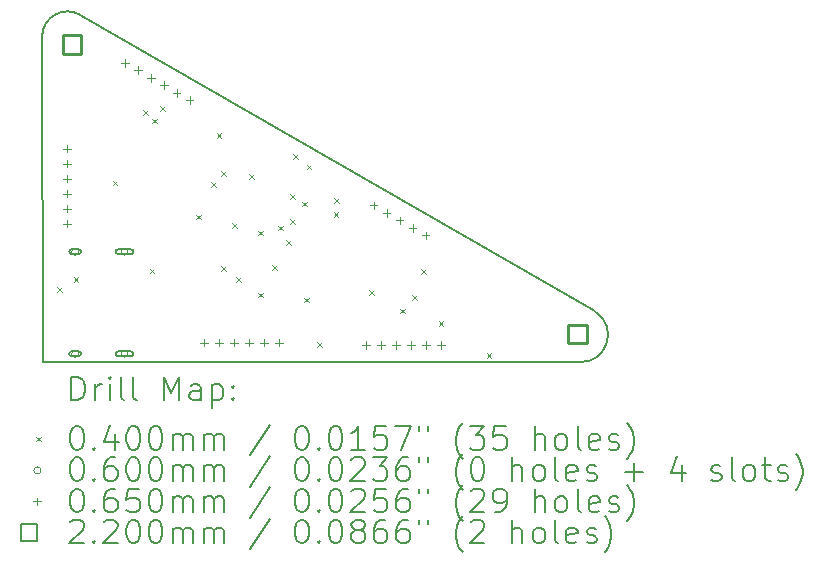
<source format=gbr>
%FSLAX45Y45*%
G04 Gerber Fmt 4.5, Leading zero omitted, Abs format (unit mm)*
G04 Created by KiCad (PCBNEW (6.0.2-0)) date 2023-02-28 15:21:22*
%MOMM*%
%LPD*%
G01*
G04 APERTURE LIST*
%TA.AperFunction,Profile*%
%ADD10C,0.200000*%
%TD*%
%ADD11C,0.200000*%
%ADD12C,0.040000*%
%ADD13C,0.060000*%
%ADD14C,0.065000*%
%ADD15C,0.220000*%
G04 APERTURE END LIST*
D10*
X4191000Y-7637000D02*
G75*
G03*
X3867000Y-7811000I-109872J-184067D01*
G01*
X3873050Y-10578000D02*
X3867000Y-7811000D01*
X8413000Y-10576000D02*
G75*
G03*
X8545000Y-10146000I12850J231316D01*
G01*
X3873050Y-10578000D02*
X8413000Y-10576000D01*
X4191000Y-7637000D02*
X8545000Y-10146000D01*
D11*
D12*
X3995000Y-9944000D02*
X4035000Y-9984000D01*
X4035000Y-9944000D02*
X3995000Y-9984000D01*
X4134000Y-9857000D02*
X4174000Y-9897000D01*
X4174000Y-9857000D02*
X4134000Y-9897000D01*
X4464000Y-9040000D02*
X4504000Y-9080000D01*
X4504000Y-9040000D02*
X4464000Y-9080000D01*
X4720000Y-8442000D02*
X4760000Y-8482000D01*
X4760000Y-8442000D02*
X4720000Y-8482000D01*
X4777000Y-9784000D02*
X4817000Y-9824000D01*
X4817000Y-9784000D02*
X4777000Y-9824000D01*
X4796000Y-8516000D02*
X4836000Y-8556000D01*
X4836000Y-8516000D02*
X4796000Y-8556000D01*
X4868000Y-8411000D02*
X4908000Y-8451000D01*
X4908000Y-8411000D02*
X4868000Y-8451000D01*
X5170000Y-9327000D02*
X5210000Y-9367000D01*
X5210000Y-9327000D02*
X5170000Y-9367000D01*
X5299000Y-9051000D02*
X5339000Y-9091000D01*
X5339000Y-9051000D02*
X5299000Y-9091000D01*
X5345000Y-8637000D02*
X5385000Y-8677000D01*
X5385000Y-8637000D02*
X5345000Y-8677000D01*
X5381000Y-9766000D02*
X5421000Y-9806000D01*
X5421000Y-9766000D02*
X5381000Y-9806000D01*
X5383000Y-8957000D02*
X5423000Y-8997000D01*
X5423000Y-8957000D02*
X5383000Y-8997000D01*
X5474000Y-9399000D02*
X5514000Y-9439000D01*
X5514000Y-9399000D02*
X5474000Y-9439000D01*
X5510000Y-9856000D02*
X5550000Y-9896000D01*
X5550000Y-9856000D02*
X5510000Y-9896000D01*
X5620000Y-8984000D02*
X5660000Y-9024000D01*
X5660000Y-8984000D02*
X5620000Y-9024000D01*
X5696000Y-9462000D02*
X5736000Y-9502000D01*
X5736000Y-9462000D02*
X5696000Y-9502000D01*
X5698000Y-9987000D02*
X5738000Y-10027000D01*
X5738000Y-9987000D02*
X5698000Y-10027000D01*
X5814000Y-9755000D02*
X5854000Y-9795000D01*
X5854000Y-9755000D02*
X5814000Y-9795000D01*
X5865000Y-9421000D02*
X5905000Y-9461000D01*
X5905000Y-9421000D02*
X5865000Y-9461000D01*
X5934000Y-9544000D02*
X5974000Y-9584000D01*
X5974000Y-9544000D02*
X5934000Y-9584000D01*
X5964000Y-9364000D02*
X6004000Y-9404000D01*
X6004000Y-9364000D02*
X5964000Y-9404000D01*
X5966000Y-9156000D02*
X6006000Y-9196000D01*
X6006000Y-9156000D02*
X5966000Y-9196000D01*
X5995000Y-8815000D02*
X6035000Y-8855000D01*
X6035000Y-8815000D02*
X5995000Y-8855000D01*
X6066000Y-9218000D02*
X6106000Y-9258000D01*
X6106000Y-9218000D02*
X6066000Y-9258000D01*
X6085000Y-10031000D02*
X6125000Y-10071000D01*
X6125000Y-10031000D02*
X6085000Y-10071000D01*
X6106000Y-8904000D02*
X6146000Y-8944000D01*
X6146000Y-8904000D02*
X6106000Y-8944000D01*
X6193000Y-10408000D02*
X6233000Y-10448000D01*
X6233000Y-10408000D02*
X6193000Y-10448000D01*
X6336000Y-9307000D02*
X6376000Y-9347000D01*
X6376000Y-9307000D02*
X6336000Y-9347000D01*
X6341000Y-9185000D02*
X6381000Y-9225000D01*
X6381000Y-9185000D02*
X6341000Y-9225000D01*
X6638000Y-9967000D02*
X6678000Y-10007000D01*
X6678000Y-9967000D02*
X6638000Y-10007000D01*
X6896000Y-10124000D02*
X6936000Y-10164000D01*
X6936000Y-10124000D02*
X6896000Y-10164000D01*
X6998000Y-10010000D02*
X7038000Y-10050000D01*
X7038000Y-10010000D02*
X6998000Y-10050000D01*
X7078000Y-9789000D02*
X7118000Y-9829000D01*
X7118000Y-9789000D02*
X7078000Y-9829000D01*
X7225000Y-10228000D02*
X7265000Y-10268000D01*
X7265000Y-10228000D02*
X7225000Y-10268000D01*
X7630000Y-10503000D02*
X7670000Y-10543000D01*
X7670000Y-10503000D02*
X7630000Y-10543000D01*
D13*
X4176500Y-9642000D02*
G75*
G03*
X4176500Y-9642000I-30000J0D01*
G01*
D11*
X4176500Y-9622000D02*
X4116500Y-9622000D01*
X4176500Y-9662000D02*
X4116500Y-9662000D01*
X4116500Y-9622000D02*
G75*
G03*
X4116500Y-9662000I0J-20000D01*
G01*
X4176500Y-9662000D02*
G75*
G03*
X4176500Y-9622000I0J20000D01*
G01*
D13*
X4176500Y-10506000D02*
G75*
G03*
X4176500Y-10506000I-30000J0D01*
G01*
D11*
X4176500Y-10486000D02*
X4116500Y-10486000D01*
X4176500Y-10526000D02*
X4116500Y-10526000D01*
X4116500Y-10486000D02*
G75*
G03*
X4116500Y-10526000I0J-20000D01*
G01*
X4176500Y-10526000D02*
G75*
G03*
X4176500Y-10486000I0J20000D01*
G01*
D13*
X4594500Y-9642000D02*
G75*
G03*
X4594500Y-9642000I-30000J0D01*
G01*
D11*
X4619500Y-9622000D02*
X4509500Y-9622000D01*
X4619500Y-9662000D02*
X4509500Y-9662000D01*
X4509500Y-9622000D02*
G75*
G03*
X4509500Y-9662000I0J-20000D01*
G01*
X4619500Y-9662000D02*
G75*
G03*
X4619500Y-9622000I0J20000D01*
G01*
D13*
X4594500Y-10506000D02*
G75*
G03*
X4594500Y-10506000I-30000J0D01*
G01*
D11*
X4619500Y-10486000D02*
X4509500Y-10486000D01*
X4619500Y-10526000D02*
X4509500Y-10526000D01*
X4509500Y-10486000D02*
G75*
G03*
X4509500Y-10526000I0J-20000D01*
G01*
X4619500Y-10526000D02*
G75*
G03*
X4619500Y-10486000I0J20000D01*
G01*
D14*
X4080000Y-8736000D02*
X4080000Y-8801000D01*
X4047500Y-8768500D02*
X4112500Y-8768500D01*
X4080000Y-8863000D02*
X4080000Y-8928000D01*
X4047500Y-8895500D02*
X4112500Y-8895500D01*
X4080000Y-8990000D02*
X4080000Y-9055000D01*
X4047500Y-9022500D02*
X4112500Y-9022500D01*
X4080000Y-9117000D02*
X4080000Y-9182000D01*
X4047500Y-9149500D02*
X4112500Y-9149500D01*
X4080000Y-9244000D02*
X4080000Y-9309000D01*
X4047500Y-9276500D02*
X4112500Y-9276500D01*
X4080000Y-9371000D02*
X4080000Y-9436000D01*
X4047500Y-9403500D02*
X4112500Y-9403500D01*
X4566037Y-8009750D02*
X4566037Y-8074750D01*
X4533537Y-8042250D02*
X4598537Y-8042250D01*
X4676022Y-8073250D02*
X4676022Y-8138250D01*
X4643522Y-8105750D02*
X4708522Y-8105750D01*
X4786007Y-8136750D02*
X4786007Y-8201750D01*
X4753507Y-8169250D02*
X4818507Y-8169250D01*
X4895993Y-8200250D02*
X4895993Y-8265250D01*
X4863493Y-8232750D02*
X4928493Y-8232750D01*
X5005978Y-8263750D02*
X5005978Y-8328750D01*
X4973478Y-8296250D02*
X5038478Y-8296250D01*
X5115963Y-8327250D02*
X5115963Y-8392250D01*
X5083463Y-8359750D02*
X5148463Y-8359750D01*
X5235500Y-10378500D02*
X5235500Y-10443500D01*
X5203000Y-10411000D02*
X5268000Y-10411000D01*
X5362500Y-10378500D02*
X5362500Y-10443500D01*
X5330000Y-10411000D02*
X5395000Y-10411000D01*
X5489500Y-10378500D02*
X5489500Y-10443500D01*
X5457000Y-10411000D02*
X5522000Y-10411000D01*
X5616500Y-10378500D02*
X5616500Y-10443500D01*
X5584000Y-10411000D02*
X5649000Y-10411000D01*
X5743500Y-10378500D02*
X5743500Y-10443500D01*
X5711000Y-10411000D02*
X5776000Y-10411000D01*
X5870500Y-10378500D02*
X5870500Y-10443500D01*
X5838000Y-10411000D02*
X5903000Y-10411000D01*
X6608500Y-10396500D02*
X6608500Y-10461500D01*
X6576000Y-10429000D02*
X6641000Y-10429000D01*
X6673000Y-9216500D02*
X6673000Y-9281500D01*
X6640500Y-9249000D02*
X6705500Y-9249000D01*
X6735500Y-10396500D02*
X6735500Y-10461500D01*
X6703000Y-10429000D02*
X6768000Y-10429000D01*
X6782985Y-9280000D02*
X6782985Y-9345000D01*
X6750485Y-9312500D02*
X6815485Y-9312500D01*
X6862500Y-10396500D02*
X6862500Y-10461500D01*
X6830000Y-10429000D02*
X6895000Y-10429000D01*
X6892970Y-9343500D02*
X6892970Y-9408500D01*
X6860470Y-9376000D02*
X6925470Y-9376000D01*
X6989500Y-10396500D02*
X6989500Y-10461500D01*
X6957000Y-10429000D02*
X7022000Y-10429000D01*
X7002956Y-9407000D02*
X7002956Y-9472000D01*
X6970456Y-9439500D02*
X7035456Y-9439500D01*
X7112941Y-9470500D02*
X7112941Y-9535500D01*
X7080441Y-9503000D02*
X7145441Y-9503000D01*
X7116500Y-10396500D02*
X7116500Y-10461500D01*
X7084000Y-10429000D02*
X7149000Y-10429000D01*
X7243500Y-10396500D02*
X7243500Y-10461500D01*
X7211000Y-10429000D02*
X7276000Y-10429000D01*
D15*
X4197783Y-7964782D02*
X4197783Y-7809217D01*
X4042217Y-7809217D01*
X4042217Y-7964782D01*
X4197783Y-7964782D01*
X8478783Y-10416783D02*
X8478783Y-10261218D01*
X8323217Y-10261218D01*
X8323217Y-10416783D01*
X8478783Y-10416783D01*
D11*
X4114619Y-10898476D02*
X4114619Y-10698476D01*
X4162238Y-10698476D01*
X4190809Y-10708000D01*
X4209857Y-10727048D01*
X4219381Y-10746095D01*
X4228905Y-10784190D01*
X4228905Y-10812762D01*
X4219381Y-10850857D01*
X4209857Y-10869905D01*
X4190809Y-10888952D01*
X4162238Y-10898476D01*
X4114619Y-10898476D01*
X4314619Y-10898476D02*
X4314619Y-10765143D01*
X4314619Y-10803238D02*
X4324143Y-10784190D01*
X4333667Y-10774667D01*
X4352714Y-10765143D01*
X4371762Y-10765143D01*
X4438429Y-10898476D02*
X4438429Y-10765143D01*
X4438429Y-10698476D02*
X4428905Y-10708000D01*
X4438429Y-10717524D01*
X4447952Y-10708000D01*
X4438429Y-10698476D01*
X4438429Y-10717524D01*
X4562238Y-10898476D02*
X4543190Y-10888952D01*
X4533667Y-10869905D01*
X4533667Y-10698476D01*
X4667000Y-10898476D02*
X4647952Y-10888952D01*
X4638429Y-10869905D01*
X4638429Y-10698476D01*
X4895571Y-10898476D02*
X4895571Y-10698476D01*
X4962238Y-10841333D01*
X5028905Y-10698476D01*
X5028905Y-10898476D01*
X5209857Y-10898476D02*
X5209857Y-10793714D01*
X5200333Y-10774667D01*
X5181286Y-10765143D01*
X5143190Y-10765143D01*
X5124143Y-10774667D01*
X5209857Y-10888952D02*
X5190810Y-10898476D01*
X5143190Y-10898476D01*
X5124143Y-10888952D01*
X5114619Y-10869905D01*
X5114619Y-10850857D01*
X5124143Y-10831810D01*
X5143190Y-10822286D01*
X5190810Y-10822286D01*
X5209857Y-10812762D01*
X5305095Y-10765143D02*
X5305095Y-10965143D01*
X5305095Y-10774667D02*
X5324143Y-10765143D01*
X5362238Y-10765143D01*
X5381286Y-10774667D01*
X5390810Y-10784190D01*
X5400333Y-10803238D01*
X5400333Y-10860381D01*
X5390810Y-10879429D01*
X5381286Y-10888952D01*
X5362238Y-10898476D01*
X5324143Y-10898476D01*
X5305095Y-10888952D01*
X5486048Y-10879429D02*
X5495571Y-10888952D01*
X5486048Y-10898476D01*
X5476524Y-10888952D01*
X5486048Y-10879429D01*
X5486048Y-10898476D01*
X5486048Y-10774667D02*
X5495571Y-10784190D01*
X5486048Y-10793714D01*
X5476524Y-10784190D01*
X5486048Y-10774667D01*
X5486048Y-10793714D01*
D12*
X3817000Y-11208000D02*
X3857000Y-11248000D01*
X3857000Y-11208000D02*
X3817000Y-11248000D01*
D11*
X4152714Y-11118476D02*
X4171762Y-11118476D01*
X4190809Y-11128000D01*
X4200333Y-11137524D01*
X4209857Y-11156571D01*
X4219381Y-11194667D01*
X4219381Y-11242286D01*
X4209857Y-11280381D01*
X4200333Y-11299428D01*
X4190809Y-11308952D01*
X4171762Y-11318476D01*
X4152714Y-11318476D01*
X4133667Y-11308952D01*
X4124143Y-11299428D01*
X4114619Y-11280381D01*
X4105095Y-11242286D01*
X4105095Y-11194667D01*
X4114619Y-11156571D01*
X4124143Y-11137524D01*
X4133667Y-11128000D01*
X4152714Y-11118476D01*
X4305095Y-11299428D02*
X4314619Y-11308952D01*
X4305095Y-11318476D01*
X4295571Y-11308952D01*
X4305095Y-11299428D01*
X4305095Y-11318476D01*
X4486048Y-11185143D02*
X4486048Y-11318476D01*
X4438429Y-11108952D02*
X4390810Y-11251809D01*
X4514619Y-11251809D01*
X4628905Y-11118476D02*
X4647952Y-11118476D01*
X4667000Y-11128000D01*
X4676524Y-11137524D01*
X4686048Y-11156571D01*
X4695571Y-11194667D01*
X4695571Y-11242286D01*
X4686048Y-11280381D01*
X4676524Y-11299428D01*
X4667000Y-11308952D01*
X4647952Y-11318476D01*
X4628905Y-11318476D01*
X4609857Y-11308952D01*
X4600333Y-11299428D01*
X4590810Y-11280381D01*
X4581286Y-11242286D01*
X4581286Y-11194667D01*
X4590810Y-11156571D01*
X4600333Y-11137524D01*
X4609857Y-11128000D01*
X4628905Y-11118476D01*
X4819381Y-11118476D02*
X4838429Y-11118476D01*
X4857476Y-11128000D01*
X4867000Y-11137524D01*
X4876524Y-11156571D01*
X4886048Y-11194667D01*
X4886048Y-11242286D01*
X4876524Y-11280381D01*
X4867000Y-11299428D01*
X4857476Y-11308952D01*
X4838429Y-11318476D01*
X4819381Y-11318476D01*
X4800333Y-11308952D01*
X4790810Y-11299428D01*
X4781286Y-11280381D01*
X4771762Y-11242286D01*
X4771762Y-11194667D01*
X4781286Y-11156571D01*
X4790810Y-11137524D01*
X4800333Y-11128000D01*
X4819381Y-11118476D01*
X4971762Y-11318476D02*
X4971762Y-11185143D01*
X4971762Y-11204190D02*
X4981286Y-11194667D01*
X5000333Y-11185143D01*
X5028905Y-11185143D01*
X5047952Y-11194667D01*
X5057476Y-11213714D01*
X5057476Y-11318476D01*
X5057476Y-11213714D02*
X5067000Y-11194667D01*
X5086048Y-11185143D01*
X5114619Y-11185143D01*
X5133667Y-11194667D01*
X5143190Y-11213714D01*
X5143190Y-11318476D01*
X5238429Y-11318476D02*
X5238429Y-11185143D01*
X5238429Y-11204190D02*
X5247952Y-11194667D01*
X5267000Y-11185143D01*
X5295571Y-11185143D01*
X5314619Y-11194667D01*
X5324143Y-11213714D01*
X5324143Y-11318476D01*
X5324143Y-11213714D02*
X5333667Y-11194667D01*
X5352714Y-11185143D01*
X5381286Y-11185143D01*
X5400333Y-11194667D01*
X5409857Y-11213714D01*
X5409857Y-11318476D01*
X5800333Y-11108952D02*
X5628905Y-11366095D01*
X6057476Y-11118476D02*
X6076524Y-11118476D01*
X6095571Y-11128000D01*
X6105095Y-11137524D01*
X6114619Y-11156571D01*
X6124143Y-11194667D01*
X6124143Y-11242286D01*
X6114619Y-11280381D01*
X6105095Y-11299428D01*
X6095571Y-11308952D01*
X6076524Y-11318476D01*
X6057476Y-11318476D01*
X6038428Y-11308952D01*
X6028905Y-11299428D01*
X6019381Y-11280381D01*
X6009857Y-11242286D01*
X6009857Y-11194667D01*
X6019381Y-11156571D01*
X6028905Y-11137524D01*
X6038428Y-11128000D01*
X6057476Y-11118476D01*
X6209857Y-11299428D02*
X6219381Y-11308952D01*
X6209857Y-11318476D01*
X6200333Y-11308952D01*
X6209857Y-11299428D01*
X6209857Y-11318476D01*
X6343190Y-11118476D02*
X6362238Y-11118476D01*
X6381286Y-11128000D01*
X6390809Y-11137524D01*
X6400333Y-11156571D01*
X6409857Y-11194667D01*
X6409857Y-11242286D01*
X6400333Y-11280381D01*
X6390809Y-11299428D01*
X6381286Y-11308952D01*
X6362238Y-11318476D01*
X6343190Y-11318476D01*
X6324143Y-11308952D01*
X6314619Y-11299428D01*
X6305095Y-11280381D01*
X6295571Y-11242286D01*
X6295571Y-11194667D01*
X6305095Y-11156571D01*
X6314619Y-11137524D01*
X6324143Y-11128000D01*
X6343190Y-11118476D01*
X6600333Y-11318476D02*
X6486048Y-11318476D01*
X6543190Y-11318476D02*
X6543190Y-11118476D01*
X6524143Y-11147048D01*
X6505095Y-11166095D01*
X6486048Y-11175619D01*
X6781286Y-11118476D02*
X6686048Y-11118476D01*
X6676524Y-11213714D01*
X6686048Y-11204190D01*
X6705095Y-11194667D01*
X6752714Y-11194667D01*
X6771762Y-11204190D01*
X6781286Y-11213714D01*
X6790809Y-11232762D01*
X6790809Y-11280381D01*
X6781286Y-11299428D01*
X6771762Y-11308952D01*
X6752714Y-11318476D01*
X6705095Y-11318476D01*
X6686048Y-11308952D01*
X6676524Y-11299428D01*
X6857476Y-11118476D02*
X6990809Y-11118476D01*
X6905095Y-11318476D01*
X7057476Y-11118476D02*
X7057476Y-11156571D01*
X7133667Y-11118476D02*
X7133667Y-11156571D01*
X7428905Y-11394667D02*
X7419381Y-11385143D01*
X7400333Y-11356571D01*
X7390809Y-11337524D01*
X7381286Y-11308952D01*
X7371762Y-11261333D01*
X7371762Y-11223238D01*
X7381286Y-11175619D01*
X7390809Y-11147048D01*
X7400333Y-11128000D01*
X7419381Y-11099429D01*
X7428905Y-11089905D01*
X7486048Y-11118476D02*
X7609857Y-11118476D01*
X7543190Y-11194667D01*
X7571762Y-11194667D01*
X7590809Y-11204190D01*
X7600333Y-11213714D01*
X7609857Y-11232762D01*
X7609857Y-11280381D01*
X7600333Y-11299428D01*
X7590809Y-11308952D01*
X7571762Y-11318476D01*
X7514619Y-11318476D01*
X7495571Y-11308952D01*
X7486048Y-11299428D01*
X7790809Y-11118476D02*
X7695571Y-11118476D01*
X7686048Y-11213714D01*
X7695571Y-11204190D01*
X7714619Y-11194667D01*
X7762238Y-11194667D01*
X7781286Y-11204190D01*
X7790809Y-11213714D01*
X7800333Y-11232762D01*
X7800333Y-11280381D01*
X7790809Y-11299428D01*
X7781286Y-11308952D01*
X7762238Y-11318476D01*
X7714619Y-11318476D01*
X7695571Y-11308952D01*
X7686048Y-11299428D01*
X8038428Y-11318476D02*
X8038428Y-11118476D01*
X8124143Y-11318476D02*
X8124143Y-11213714D01*
X8114619Y-11194667D01*
X8095571Y-11185143D01*
X8067000Y-11185143D01*
X8047952Y-11194667D01*
X8038428Y-11204190D01*
X8247952Y-11318476D02*
X8228905Y-11308952D01*
X8219381Y-11299428D01*
X8209857Y-11280381D01*
X8209857Y-11223238D01*
X8219381Y-11204190D01*
X8228905Y-11194667D01*
X8247952Y-11185143D01*
X8276524Y-11185143D01*
X8295571Y-11194667D01*
X8305095Y-11204190D01*
X8314619Y-11223238D01*
X8314619Y-11280381D01*
X8305095Y-11299428D01*
X8295571Y-11308952D01*
X8276524Y-11318476D01*
X8247952Y-11318476D01*
X8428905Y-11318476D02*
X8409857Y-11308952D01*
X8400333Y-11289905D01*
X8400333Y-11118476D01*
X8581286Y-11308952D02*
X8562238Y-11318476D01*
X8524143Y-11318476D01*
X8505095Y-11308952D01*
X8495571Y-11289905D01*
X8495571Y-11213714D01*
X8505095Y-11194667D01*
X8524143Y-11185143D01*
X8562238Y-11185143D01*
X8581286Y-11194667D01*
X8590810Y-11213714D01*
X8590810Y-11232762D01*
X8495571Y-11251809D01*
X8667000Y-11308952D02*
X8686048Y-11318476D01*
X8724143Y-11318476D01*
X8743190Y-11308952D01*
X8752714Y-11289905D01*
X8752714Y-11280381D01*
X8743190Y-11261333D01*
X8724143Y-11251809D01*
X8695571Y-11251809D01*
X8676524Y-11242286D01*
X8667000Y-11223238D01*
X8667000Y-11213714D01*
X8676524Y-11194667D01*
X8695571Y-11185143D01*
X8724143Y-11185143D01*
X8743190Y-11194667D01*
X8819381Y-11394667D02*
X8828905Y-11385143D01*
X8847952Y-11356571D01*
X8857476Y-11337524D01*
X8867000Y-11308952D01*
X8876524Y-11261333D01*
X8876524Y-11223238D01*
X8867000Y-11175619D01*
X8857476Y-11147048D01*
X8847952Y-11128000D01*
X8828905Y-11099429D01*
X8819381Y-11089905D01*
D13*
X3857000Y-11492000D02*
G75*
G03*
X3857000Y-11492000I-30000J0D01*
G01*
D11*
X4152714Y-11382476D02*
X4171762Y-11382476D01*
X4190809Y-11392000D01*
X4200333Y-11401524D01*
X4209857Y-11420571D01*
X4219381Y-11458667D01*
X4219381Y-11506286D01*
X4209857Y-11544381D01*
X4200333Y-11563428D01*
X4190809Y-11572952D01*
X4171762Y-11582476D01*
X4152714Y-11582476D01*
X4133667Y-11572952D01*
X4124143Y-11563428D01*
X4114619Y-11544381D01*
X4105095Y-11506286D01*
X4105095Y-11458667D01*
X4114619Y-11420571D01*
X4124143Y-11401524D01*
X4133667Y-11392000D01*
X4152714Y-11382476D01*
X4305095Y-11563428D02*
X4314619Y-11572952D01*
X4305095Y-11582476D01*
X4295571Y-11572952D01*
X4305095Y-11563428D01*
X4305095Y-11582476D01*
X4486048Y-11382476D02*
X4447952Y-11382476D01*
X4428905Y-11392000D01*
X4419381Y-11401524D01*
X4400333Y-11430095D01*
X4390810Y-11468190D01*
X4390810Y-11544381D01*
X4400333Y-11563428D01*
X4409857Y-11572952D01*
X4428905Y-11582476D01*
X4467000Y-11582476D01*
X4486048Y-11572952D01*
X4495571Y-11563428D01*
X4505095Y-11544381D01*
X4505095Y-11496762D01*
X4495571Y-11477714D01*
X4486048Y-11468190D01*
X4467000Y-11458667D01*
X4428905Y-11458667D01*
X4409857Y-11468190D01*
X4400333Y-11477714D01*
X4390810Y-11496762D01*
X4628905Y-11382476D02*
X4647952Y-11382476D01*
X4667000Y-11392000D01*
X4676524Y-11401524D01*
X4686048Y-11420571D01*
X4695571Y-11458667D01*
X4695571Y-11506286D01*
X4686048Y-11544381D01*
X4676524Y-11563428D01*
X4667000Y-11572952D01*
X4647952Y-11582476D01*
X4628905Y-11582476D01*
X4609857Y-11572952D01*
X4600333Y-11563428D01*
X4590810Y-11544381D01*
X4581286Y-11506286D01*
X4581286Y-11458667D01*
X4590810Y-11420571D01*
X4600333Y-11401524D01*
X4609857Y-11392000D01*
X4628905Y-11382476D01*
X4819381Y-11382476D02*
X4838429Y-11382476D01*
X4857476Y-11392000D01*
X4867000Y-11401524D01*
X4876524Y-11420571D01*
X4886048Y-11458667D01*
X4886048Y-11506286D01*
X4876524Y-11544381D01*
X4867000Y-11563428D01*
X4857476Y-11572952D01*
X4838429Y-11582476D01*
X4819381Y-11582476D01*
X4800333Y-11572952D01*
X4790810Y-11563428D01*
X4781286Y-11544381D01*
X4771762Y-11506286D01*
X4771762Y-11458667D01*
X4781286Y-11420571D01*
X4790810Y-11401524D01*
X4800333Y-11392000D01*
X4819381Y-11382476D01*
X4971762Y-11582476D02*
X4971762Y-11449143D01*
X4971762Y-11468190D02*
X4981286Y-11458667D01*
X5000333Y-11449143D01*
X5028905Y-11449143D01*
X5047952Y-11458667D01*
X5057476Y-11477714D01*
X5057476Y-11582476D01*
X5057476Y-11477714D02*
X5067000Y-11458667D01*
X5086048Y-11449143D01*
X5114619Y-11449143D01*
X5133667Y-11458667D01*
X5143190Y-11477714D01*
X5143190Y-11582476D01*
X5238429Y-11582476D02*
X5238429Y-11449143D01*
X5238429Y-11468190D02*
X5247952Y-11458667D01*
X5267000Y-11449143D01*
X5295571Y-11449143D01*
X5314619Y-11458667D01*
X5324143Y-11477714D01*
X5324143Y-11582476D01*
X5324143Y-11477714D02*
X5333667Y-11458667D01*
X5352714Y-11449143D01*
X5381286Y-11449143D01*
X5400333Y-11458667D01*
X5409857Y-11477714D01*
X5409857Y-11582476D01*
X5800333Y-11372952D02*
X5628905Y-11630095D01*
X6057476Y-11382476D02*
X6076524Y-11382476D01*
X6095571Y-11392000D01*
X6105095Y-11401524D01*
X6114619Y-11420571D01*
X6124143Y-11458667D01*
X6124143Y-11506286D01*
X6114619Y-11544381D01*
X6105095Y-11563428D01*
X6095571Y-11572952D01*
X6076524Y-11582476D01*
X6057476Y-11582476D01*
X6038428Y-11572952D01*
X6028905Y-11563428D01*
X6019381Y-11544381D01*
X6009857Y-11506286D01*
X6009857Y-11458667D01*
X6019381Y-11420571D01*
X6028905Y-11401524D01*
X6038428Y-11392000D01*
X6057476Y-11382476D01*
X6209857Y-11563428D02*
X6219381Y-11572952D01*
X6209857Y-11582476D01*
X6200333Y-11572952D01*
X6209857Y-11563428D01*
X6209857Y-11582476D01*
X6343190Y-11382476D02*
X6362238Y-11382476D01*
X6381286Y-11392000D01*
X6390809Y-11401524D01*
X6400333Y-11420571D01*
X6409857Y-11458667D01*
X6409857Y-11506286D01*
X6400333Y-11544381D01*
X6390809Y-11563428D01*
X6381286Y-11572952D01*
X6362238Y-11582476D01*
X6343190Y-11582476D01*
X6324143Y-11572952D01*
X6314619Y-11563428D01*
X6305095Y-11544381D01*
X6295571Y-11506286D01*
X6295571Y-11458667D01*
X6305095Y-11420571D01*
X6314619Y-11401524D01*
X6324143Y-11392000D01*
X6343190Y-11382476D01*
X6486048Y-11401524D02*
X6495571Y-11392000D01*
X6514619Y-11382476D01*
X6562238Y-11382476D01*
X6581286Y-11392000D01*
X6590809Y-11401524D01*
X6600333Y-11420571D01*
X6600333Y-11439619D01*
X6590809Y-11468190D01*
X6476524Y-11582476D01*
X6600333Y-11582476D01*
X6667000Y-11382476D02*
X6790809Y-11382476D01*
X6724143Y-11458667D01*
X6752714Y-11458667D01*
X6771762Y-11468190D01*
X6781286Y-11477714D01*
X6790809Y-11496762D01*
X6790809Y-11544381D01*
X6781286Y-11563428D01*
X6771762Y-11572952D01*
X6752714Y-11582476D01*
X6695571Y-11582476D01*
X6676524Y-11572952D01*
X6667000Y-11563428D01*
X6962238Y-11382476D02*
X6924143Y-11382476D01*
X6905095Y-11392000D01*
X6895571Y-11401524D01*
X6876524Y-11430095D01*
X6867000Y-11468190D01*
X6867000Y-11544381D01*
X6876524Y-11563428D01*
X6886048Y-11572952D01*
X6905095Y-11582476D01*
X6943190Y-11582476D01*
X6962238Y-11572952D01*
X6971762Y-11563428D01*
X6981286Y-11544381D01*
X6981286Y-11496762D01*
X6971762Y-11477714D01*
X6962238Y-11468190D01*
X6943190Y-11458667D01*
X6905095Y-11458667D01*
X6886048Y-11468190D01*
X6876524Y-11477714D01*
X6867000Y-11496762D01*
X7057476Y-11382476D02*
X7057476Y-11420571D01*
X7133667Y-11382476D02*
X7133667Y-11420571D01*
X7428905Y-11658667D02*
X7419381Y-11649143D01*
X7400333Y-11620571D01*
X7390809Y-11601524D01*
X7381286Y-11572952D01*
X7371762Y-11525333D01*
X7371762Y-11487238D01*
X7381286Y-11439619D01*
X7390809Y-11411048D01*
X7400333Y-11392000D01*
X7419381Y-11363428D01*
X7428905Y-11353905D01*
X7543190Y-11382476D02*
X7562238Y-11382476D01*
X7581286Y-11392000D01*
X7590809Y-11401524D01*
X7600333Y-11420571D01*
X7609857Y-11458667D01*
X7609857Y-11506286D01*
X7600333Y-11544381D01*
X7590809Y-11563428D01*
X7581286Y-11572952D01*
X7562238Y-11582476D01*
X7543190Y-11582476D01*
X7524143Y-11572952D01*
X7514619Y-11563428D01*
X7505095Y-11544381D01*
X7495571Y-11506286D01*
X7495571Y-11458667D01*
X7505095Y-11420571D01*
X7514619Y-11401524D01*
X7524143Y-11392000D01*
X7543190Y-11382476D01*
X7847952Y-11582476D02*
X7847952Y-11382476D01*
X7933667Y-11582476D02*
X7933667Y-11477714D01*
X7924143Y-11458667D01*
X7905095Y-11449143D01*
X7876524Y-11449143D01*
X7857476Y-11458667D01*
X7847952Y-11468190D01*
X8057476Y-11582476D02*
X8038428Y-11572952D01*
X8028905Y-11563428D01*
X8019381Y-11544381D01*
X8019381Y-11487238D01*
X8028905Y-11468190D01*
X8038428Y-11458667D01*
X8057476Y-11449143D01*
X8086048Y-11449143D01*
X8105095Y-11458667D01*
X8114619Y-11468190D01*
X8124143Y-11487238D01*
X8124143Y-11544381D01*
X8114619Y-11563428D01*
X8105095Y-11572952D01*
X8086048Y-11582476D01*
X8057476Y-11582476D01*
X8238428Y-11582476D02*
X8219381Y-11572952D01*
X8209857Y-11553905D01*
X8209857Y-11382476D01*
X8390810Y-11572952D02*
X8371762Y-11582476D01*
X8333667Y-11582476D01*
X8314619Y-11572952D01*
X8305095Y-11553905D01*
X8305095Y-11477714D01*
X8314619Y-11458667D01*
X8333667Y-11449143D01*
X8371762Y-11449143D01*
X8390810Y-11458667D01*
X8400333Y-11477714D01*
X8400333Y-11496762D01*
X8305095Y-11515809D01*
X8476524Y-11572952D02*
X8495571Y-11582476D01*
X8533667Y-11582476D01*
X8552714Y-11572952D01*
X8562238Y-11553905D01*
X8562238Y-11544381D01*
X8552714Y-11525333D01*
X8533667Y-11515809D01*
X8505095Y-11515809D01*
X8486048Y-11506286D01*
X8476524Y-11487238D01*
X8476524Y-11477714D01*
X8486048Y-11458667D01*
X8505095Y-11449143D01*
X8533667Y-11449143D01*
X8552714Y-11458667D01*
X8800333Y-11506286D02*
X8952714Y-11506286D01*
X8876524Y-11582476D02*
X8876524Y-11430095D01*
X9286048Y-11449143D02*
X9286048Y-11582476D01*
X9238429Y-11372952D02*
X9190810Y-11515809D01*
X9314619Y-11515809D01*
X9533667Y-11572952D02*
X9552714Y-11582476D01*
X9590810Y-11582476D01*
X9609857Y-11572952D01*
X9619381Y-11553905D01*
X9619381Y-11544381D01*
X9609857Y-11525333D01*
X9590810Y-11515809D01*
X9562238Y-11515809D01*
X9543190Y-11506286D01*
X9533667Y-11487238D01*
X9533667Y-11477714D01*
X9543190Y-11458667D01*
X9562238Y-11449143D01*
X9590810Y-11449143D01*
X9609857Y-11458667D01*
X9733667Y-11582476D02*
X9714619Y-11572952D01*
X9705095Y-11553905D01*
X9705095Y-11382476D01*
X9838429Y-11582476D02*
X9819381Y-11572952D01*
X9809857Y-11563428D01*
X9800333Y-11544381D01*
X9800333Y-11487238D01*
X9809857Y-11468190D01*
X9819381Y-11458667D01*
X9838429Y-11449143D01*
X9867000Y-11449143D01*
X9886048Y-11458667D01*
X9895571Y-11468190D01*
X9905095Y-11487238D01*
X9905095Y-11544381D01*
X9895571Y-11563428D01*
X9886048Y-11572952D01*
X9867000Y-11582476D01*
X9838429Y-11582476D01*
X9962238Y-11449143D02*
X10038429Y-11449143D01*
X9990810Y-11382476D02*
X9990810Y-11553905D01*
X10000333Y-11572952D01*
X10019381Y-11582476D01*
X10038429Y-11582476D01*
X10095571Y-11572952D02*
X10114619Y-11582476D01*
X10152714Y-11582476D01*
X10171762Y-11572952D01*
X10181286Y-11553905D01*
X10181286Y-11544381D01*
X10171762Y-11525333D01*
X10152714Y-11515809D01*
X10124143Y-11515809D01*
X10105095Y-11506286D01*
X10095571Y-11487238D01*
X10095571Y-11477714D01*
X10105095Y-11458667D01*
X10124143Y-11449143D01*
X10152714Y-11449143D01*
X10171762Y-11458667D01*
X10247952Y-11658667D02*
X10257476Y-11649143D01*
X10276524Y-11620571D01*
X10286048Y-11601524D01*
X10295571Y-11572952D01*
X10305095Y-11525333D01*
X10305095Y-11487238D01*
X10295571Y-11439619D01*
X10286048Y-11411048D01*
X10276524Y-11392000D01*
X10257476Y-11363428D01*
X10247952Y-11353905D01*
D14*
X3824500Y-11723500D02*
X3824500Y-11788500D01*
X3792000Y-11756000D02*
X3857000Y-11756000D01*
D11*
X4152714Y-11646476D02*
X4171762Y-11646476D01*
X4190809Y-11656000D01*
X4200333Y-11665524D01*
X4209857Y-11684571D01*
X4219381Y-11722667D01*
X4219381Y-11770286D01*
X4209857Y-11808381D01*
X4200333Y-11827428D01*
X4190809Y-11836952D01*
X4171762Y-11846476D01*
X4152714Y-11846476D01*
X4133667Y-11836952D01*
X4124143Y-11827428D01*
X4114619Y-11808381D01*
X4105095Y-11770286D01*
X4105095Y-11722667D01*
X4114619Y-11684571D01*
X4124143Y-11665524D01*
X4133667Y-11656000D01*
X4152714Y-11646476D01*
X4305095Y-11827428D02*
X4314619Y-11836952D01*
X4305095Y-11846476D01*
X4295571Y-11836952D01*
X4305095Y-11827428D01*
X4305095Y-11846476D01*
X4486048Y-11646476D02*
X4447952Y-11646476D01*
X4428905Y-11656000D01*
X4419381Y-11665524D01*
X4400333Y-11694095D01*
X4390810Y-11732190D01*
X4390810Y-11808381D01*
X4400333Y-11827428D01*
X4409857Y-11836952D01*
X4428905Y-11846476D01*
X4467000Y-11846476D01*
X4486048Y-11836952D01*
X4495571Y-11827428D01*
X4505095Y-11808381D01*
X4505095Y-11760762D01*
X4495571Y-11741714D01*
X4486048Y-11732190D01*
X4467000Y-11722667D01*
X4428905Y-11722667D01*
X4409857Y-11732190D01*
X4400333Y-11741714D01*
X4390810Y-11760762D01*
X4686048Y-11646476D02*
X4590810Y-11646476D01*
X4581286Y-11741714D01*
X4590810Y-11732190D01*
X4609857Y-11722667D01*
X4657476Y-11722667D01*
X4676524Y-11732190D01*
X4686048Y-11741714D01*
X4695571Y-11760762D01*
X4695571Y-11808381D01*
X4686048Y-11827428D01*
X4676524Y-11836952D01*
X4657476Y-11846476D01*
X4609857Y-11846476D01*
X4590810Y-11836952D01*
X4581286Y-11827428D01*
X4819381Y-11646476D02*
X4838429Y-11646476D01*
X4857476Y-11656000D01*
X4867000Y-11665524D01*
X4876524Y-11684571D01*
X4886048Y-11722667D01*
X4886048Y-11770286D01*
X4876524Y-11808381D01*
X4867000Y-11827428D01*
X4857476Y-11836952D01*
X4838429Y-11846476D01*
X4819381Y-11846476D01*
X4800333Y-11836952D01*
X4790810Y-11827428D01*
X4781286Y-11808381D01*
X4771762Y-11770286D01*
X4771762Y-11722667D01*
X4781286Y-11684571D01*
X4790810Y-11665524D01*
X4800333Y-11656000D01*
X4819381Y-11646476D01*
X4971762Y-11846476D02*
X4971762Y-11713143D01*
X4971762Y-11732190D02*
X4981286Y-11722667D01*
X5000333Y-11713143D01*
X5028905Y-11713143D01*
X5047952Y-11722667D01*
X5057476Y-11741714D01*
X5057476Y-11846476D01*
X5057476Y-11741714D02*
X5067000Y-11722667D01*
X5086048Y-11713143D01*
X5114619Y-11713143D01*
X5133667Y-11722667D01*
X5143190Y-11741714D01*
X5143190Y-11846476D01*
X5238429Y-11846476D02*
X5238429Y-11713143D01*
X5238429Y-11732190D02*
X5247952Y-11722667D01*
X5267000Y-11713143D01*
X5295571Y-11713143D01*
X5314619Y-11722667D01*
X5324143Y-11741714D01*
X5324143Y-11846476D01*
X5324143Y-11741714D02*
X5333667Y-11722667D01*
X5352714Y-11713143D01*
X5381286Y-11713143D01*
X5400333Y-11722667D01*
X5409857Y-11741714D01*
X5409857Y-11846476D01*
X5800333Y-11636952D02*
X5628905Y-11894095D01*
X6057476Y-11646476D02*
X6076524Y-11646476D01*
X6095571Y-11656000D01*
X6105095Y-11665524D01*
X6114619Y-11684571D01*
X6124143Y-11722667D01*
X6124143Y-11770286D01*
X6114619Y-11808381D01*
X6105095Y-11827428D01*
X6095571Y-11836952D01*
X6076524Y-11846476D01*
X6057476Y-11846476D01*
X6038428Y-11836952D01*
X6028905Y-11827428D01*
X6019381Y-11808381D01*
X6009857Y-11770286D01*
X6009857Y-11722667D01*
X6019381Y-11684571D01*
X6028905Y-11665524D01*
X6038428Y-11656000D01*
X6057476Y-11646476D01*
X6209857Y-11827428D02*
X6219381Y-11836952D01*
X6209857Y-11846476D01*
X6200333Y-11836952D01*
X6209857Y-11827428D01*
X6209857Y-11846476D01*
X6343190Y-11646476D02*
X6362238Y-11646476D01*
X6381286Y-11656000D01*
X6390809Y-11665524D01*
X6400333Y-11684571D01*
X6409857Y-11722667D01*
X6409857Y-11770286D01*
X6400333Y-11808381D01*
X6390809Y-11827428D01*
X6381286Y-11836952D01*
X6362238Y-11846476D01*
X6343190Y-11846476D01*
X6324143Y-11836952D01*
X6314619Y-11827428D01*
X6305095Y-11808381D01*
X6295571Y-11770286D01*
X6295571Y-11722667D01*
X6305095Y-11684571D01*
X6314619Y-11665524D01*
X6324143Y-11656000D01*
X6343190Y-11646476D01*
X6486048Y-11665524D02*
X6495571Y-11656000D01*
X6514619Y-11646476D01*
X6562238Y-11646476D01*
X6581286Y-11656000D01*
X6590809Y-11665524D01*
X6600333Y-11684571D01*
X6600333Y-11703619D01*
X6590809Y-11732190D01*
X6476524Y-11846476D01*
X6600333Y-11846476D01*
X6781286Y-11646476D02*
X6686048Y-11646476D01*
X6676524Y-11741714D01*
X6686048Y-11732190D01*
X6705095Y-11722667D01*
X6752714Y-11722667D01*
X6771762Y-11732190D01*
X6781286Y-11741714D01*
X6790809Y-11760762D01*
X6790809Y-11808381D01*
X6781286Y-11827428D01*
X6771762Y-11836952D01*
X6752714Y-11846476D01*
X6705095Y-11846476D01*
X6686048Y-11836952D01*
X6676524Y-11827428D01*
X6962238Y-11646476D02*
X6924143Y-11646476D01*
X6905095Y-11656000D01*
X6895571Y-11665524D01*
X6876524Y-11694095D01*
X6867000Y-11732190D01*
X6867000Y-11808381D01*
X6876524Y-11827428D01*
X6886048Y-11836952D01*
X6905095Y-11846476D01*
X6943190Y-11846476D01*
X6962238Y-11836952D01*
X6971762Y-11827428D01*
X6981286Y-11808381D01*
X6981286Y-11760762D01*
X6971762Y-11741714D01*
X6962238Y-11732190D01*
X6943190Y-11722667D01*
X6905095Y-11722667D01*
X6886048Y-11732190D01*
X6876524Y-11741714D01*
X6867000Y-11760762D01*
X7057476Y-11646476D02*
X7057476Y-11684571D01*
X7133667Y-11646476D02*
X7133667Y-11684571D01*
X7428905Y-11922667D02*
X7419381Y-11913143D01*
X7400333Y-11884571D01*
X7390809Y-11865524D01*
X7381286Y-11836952D01*
X7371762Y-11789333D01*
X7371762Y-11751238D01*
X7381286Y-11703619D01*
X7390809Y-11675048D01*
X7400333Y-11656000D01*
X7419381Y-11627428D01*
X7428905Y-11617905D01*
X7495571Y-11665524D02*
X7505095Y-11656000D01*
X7524143Y-11646476D01*
X7571762Y-11646476D01*
X7590809Y-11656000D01*
X7600333Y-11665524D01*
X7609857Y-11684571D01*
X7609857Y-11703619D01*
X7600333Y-11732190D01*
X7486048Y-11846476D01*
X7609857Y-11846476D01*
X7705095Y-11846476D02*
X7743190Y-11846476D01*
X7762238Y-11836952D01*
X7771762Y-11827428D01*
X7790809Y-11798857D01*
X7800333Y-11760762D01*
X7800333Y-11684571D01*
X7790809Y-11665524D01*
X7781286Y-11656000D01*
X7762238Y-11646476D01*
X7724143Y-11646476D01*
X7705095Y-11656000D01*
X7695571Y-11665524D01*
X7686048Y-11684571D01*
X7686048Y-11732190D01*
X7695571Y-11751238D01*
X7705095Y-11760762D01*
X7724143Y-11770286D01*
X7762238Y-11770286D01*
X7781286Y-11760762D01*
X7790809Y-11751238D01*
X7800333Y-11732190D01*
X8038428Y-11846476D02*
X8038428Y-11646476D01*
X8124143Y-11846476D02*
X8124143Y-11741714D01*
X8114619Y-11722667D01*
X8095571Y-11713143D01*
X8067000Y-11713143D01*
X8047952Y-11722667D01*
X8038428Y-11732190D01*
X8247952Y-11846476D02*
X8228905Y-11836952D01*
X8219381Y-11827428D01*
X8209857Y-11808381D01*
X8209857Y-11751238D01*
X8219381Y-11732190D01*
X8228905Y-11722667D01*
X8247952Y-11713143D01*
X8276524Y-11713143D01*
X8295571Y-11722667D01*
X8305095Y-11732190D01*
X8314619Y-11751238D01*
X8314619Y-11808381D01*
X8305095Y-11827428D01*
X8295571Y-11836952D01*
X8276524Y-11846476D01*
X8247952Y-11846476D01*
X8428905Y-11846476D02*
X8409857Y-11836952D01*
X8400333Y-11817905D01*
X8400333Y-11646476D01*
X8581286Y-11836952D02*
X8562238Y-11846476D01*
X8524143Y-11846476D01*
X8505095Y-11836952D01*
X8495571Y-11817905D01*
X8495571Y-11741714D01*
X8505095Y-11722667D01*
X8524143Y-11713143D01*
X8562238Y-11713143D01*
X8581286Y-11722667D01*
X8590810Y-11741714D01*
X8590810Y-11760762D01*
X8495571Y-11779809D01*
X8667000Y-11836952D02*
X8686048Y-11846476D01*
X8724143Y-11846476D01*
X8743190Y-11836952D01*
X8752714Y-11817905D01*
X8752714Y-11808381D01*
X8743190Y-11789333D01*
X8724143Y-11779809D01*
X8695571Y-11779809D01*
X8676524Y-11770286D01*
X8667000Y-11751238D01*
X8667000Y-11741714D01*
X8676524Y-11722667D01*
X8695571Y-11713143D01*
X8724143Y-11713143D01*
X8743190Y-11722667D01*
X8819381Y-11922667D02*
X8828905Y-11913143D01*
X8847952Y-11884571D01*
X8857476Y-11865524D01*
X8867000Y-11836952D01*
X8876524Y-11789333D01*
X8876524Y-11751238D01*
X8867000Y-11703619D01*
X8857476Y-11675048D01*
X8847952Y-11656000D01*
X8828905Y-11627428D01*
X8819381Y-11617905D01*
X3827711Y-12090711D02*
X3827711Y-11949289D01*
X3686289Y-11949289D01*
X3686289Y-12090711D01*
X3827711Y-12090711D01*
X4105095Y-11929524D02*
X4114619Y-11920000D01*
X4133667Y-11910476D01*
X4181286Y-11910476D01*
X4200333Y-11920000D01*
X4209857Y-11929524D01*
X4219381Y-11948571D01*
X4219381Y-11967619D01*
X4209857Y-11996190D01*
X4095571Y-12110476D01*
X4219381Y-12110476D01*
X4305095Y-12091428D02*
X4314619Y-12100952D01*
X4305095Y-12110476D01*
X4295571Y-12100952D01*
X4305095Y-12091428D01*
X4305095Y-12110476D01*
X4390810Y-11929524D02*
X4400333Y-11920000D01*
X4419381Y-11910476D01*
X4467000Y-11910476D01*
X4486048Y-11920000D01*
X4495571Y-11929524D01*
X4505095Y-11948571D01*
X4505095Y-11967619D01*
X4495571Y-11996190D01*
X4381286Y-12110476D01*
X4505095Y-12110476D01*
X4628905Y-11910476D02*
X4647952Y-11910476D01*
X4667000Y-11920000D01*
X4676524Y-11929524D01*
X4686048Y-11948571D01*
X4695571Y-11986667D01*
X4695571Y-12034286D01*
X4686048Y-12072381D01*
X4676524Y-12091428D01*
X4667000Y-12100952D01*
X4647952Y-12110476D01*
X4628905Y-12110476D01*
X4609857Y-12100952D01*
X4600333Y-12091428D01*
X4590810Y-12072381D01*
X4581286Y-12034286D01*
X4581286Y-11986667D01*
X4590810Y-11948571D01*
X4600333Y-11929524D01*
X4609857Y-11920000D01*
X4628905Y-11910476D01*
X4819381Y-11910476D02*
X4838429Y-11910476D01*
X4857476Y-11920000D01*
X4867000Y-11929524D01*
X4876524Y-11948571D01*
X4886048Y-11986667D01*
X4886048Y-12034286D01*
X4876524Y-12072381D01*
X4867000Y-12091428D01*
X4857476Y-12100952D01*
X4838429Y-12110476D01*
X4819381Y-12110476D01*
X4800333Y-12100952D01*
X4790810Y-12091428D01*
X4781286Y-12072381D01*
X4771762Y-12034286D01*
X4771762Y-11986667D01*
X4781286Y-11948571D01*
X4790810Y-11929524D01*
X4800333Y-11920000D01*
X4819381Y-11910476D01*
X4971762Y-12110476D02*
X4971762Y-11977143D01*
X4971762Y-11996190D02*
X4981286Y-11986667D01*
X5000333Y-11977143D01*
X5028905Y-11977143D01*
X5047952Y-11986667D01*
X5057476Y-12005714D01*
X5057476Y-12110476D01*
X5057476Y-12005714D02*
X5067000Y-11986667D01*
X5086048Y-11977143D01*
X5114619Y-11977143D01*
X5133667Y-11986667D01*
X5143190Y-12005714D01*
X5143190Y-12110476D01*
X5238429Y-12110476D02*
X5238429Y-11977143D01*
X5238429Y-11996190D02*
X5247952Y-11986667D01*
X5267000Y-11977143D01*
X5295571Y-11977143D01*
X5314619Y-11986667D01*
X5324143Y-12005714D01*
X5324143Y-12110476D01*
X5324143Y-12005714D02*
X5333667Y-11986667D01*
X5352714Y-11977143D01*
X5381286Y-11977143D01*
X5400333Y-11986667D01*
X5409857Y-12005714D01*
X5409857Y-12110476D01*
X5800333Y-11900952D02*
X5628905Y-12158095D01*
X6057476Y-11910476D02*
X6076524Y-11910476D01*
X6095571Y-11920000D01*
X6105095Y-11929524D01*
X6114619Y-11948571D01*
X6124143Y-11986667D01*
X6124143Y-12034286D01*
X6114619Y-12072381D01*
X6105095Y-12091428D01*
X6095571Y-12100952D01*
X6076524Y-12110476D01*
X6057476Y-12110476D01*
X6038428Y-12100952D01*
X6028905Y-12091428D01*
X6019381Y-12072381D01*
X6009857Y-12034286D01*
X6009857Y-11986667D01*
X6019381Y-11948571D01*
X6028905Y-11929524D01*
X6038428Y-11920000D01*
X6057476Y-11910476D01*
X6209857Y-12091428D02*
X6219381Y-12100952D01*
X6209857Y-12110476D01*
X6200333Y-12100952D01*
X6209857Y-12091428D01*
X6209857Y-12110476D01*
X6343190Y-11910476D02*
X6362238Y-11910476D01*
X6381286Y-11920000D01*
X6390809Y-11929524D01*
X6400333Y-11948571D01*
X6409857Y-11986667D01*
X6409857Y-12034286D01*
X6400333Y-12072381D01*
X6390809Y-12091428D01*
X6381286Y-12100952D01*
X6362238Y-12110476D01*
X6343190Y-12110476D01*
X6324143Y-12100952D01*
X6314619Y-12091428D01*
X6305095Y-12072381D01*
X6295571Y-12034286D01*
X6295571Y-11986667D01*
X6305095Y-11948571D01*
X6314619Y-11929524D01*
X6324143Y-11920000D01*
X6343190Y-11910476D01*
X6524143Y-11996190D02*
X6505095Y-11986667D01*
X6495571Y-11977143D01*
X6486048Y-11958095D01*
X6486048Y-11948571D01*
X6495571Y-11929524D01*
X6505095Y-11920000D01*
X6524143Y-11910476D01*
X6562238Y-11910476D01*
X6581286Y-11920000D01*
X6590809Y-11929524D01*
X6600333Y-11948571D01*
X6600333Y-11958095D01*
X6590809Y-11977143D01*
X6581286Y-11986667D01*
X6562238Y-11996190D01*
X6524143Y-11996190D01*
X6505095Y-12005714D01*
X6495571Y-12015238D01*
X6486048Y-12034286D01*
X6486048Y-12072381D01*
X6495571Y-12091428D01*
X6505095Y-12100952D01*
X6524143Y-12110476D01*
X6562238Y-12110476D01*
X6581286Y-12100952D01*
X6590809Y-12091428D01*
X6600333Y-12072381D01*
X6600333Y-12034286D01*
X6590809Y-12015238D01*
X6581286Y-12005714D01*
X6562238Y-11996190D01*
X6771762Y-11910476D02*
X6733667Y-11910476D01*
X6714619Y-11920000D01*
X6705095Y-11929524D01*
X6686048Y-11958095D01*
X6676524Y-11996190D01*
X6676524Y-12072381D01*
X6686048Y-12091428D01*
X6695571Y-12100952D01*
X6714619Y-12110476D01*
X6752714Y-12110476D01*
X6771762Y-12100952D01*
X6781286Y-12091428D01*
X6790809Y-12072381D01*
X6790809Y-12024762D01*
X6781286Y-12005714D01*
X6771762Y-11996190D01*
X6752714Y-11986667D01*
X6714619Y-11986667D01*
X6695571Y-11996190D01*
X6686048Y-12005714D01*
X6676524Y-12024762D01*
X6962238Y-11910476D02*
X6924143Y-11910476D01*
X6905095Y-11920000D01*
X6895571Y-11929524D01*
X6876524Y-11958095D01*
X6867000Y-11996190D01*
X6867000Y-12072381D01*
X6876524Y-12091428D01*
X6886048Y-12100952D01*
X6905095Y-12110476D01*
X6943190Y-12110476D01*
X6962238Y-12100952D01*
X6971762Y-12091428D01*
X6981286Y-12072381D01*
X6981286Y-12024762D01*
X6971762Y-12005714D01*
X6962238Y-11996190D01*
X6943190Y-11986667D01*
X6905095Y-11986667D01*
X6886048Y-11996190D01*
X6876524Y-12005714D01*
X6867000Y-12024762D01*
X7057476Y-11910476D02*
X7057476Y-11948571D01*
X7133667Y-11910476D02*
X7133667Y-11948571D01*
X7428905Y-12186667D02*
X7419381Y-12177143D01*
X7400333Y-12148571D01*
X7390809Y-12129524D01*
X7381286Y-12100952D01*
X7371762Y-12053333D01*
X7371762Y-12015238D01*
X7381286Y-11967619D01*
X7390809Y-11939048D01*
X7400333Y-11920000D01*
X7419381Y-11891428D01*
X7428905Y-11881905D01*
X7495571Y-11929524D02*
X7505095Y-11920000D01*
X7524143Y-11910476D01*
X7571762Y-11910476D01*
X7590809Y-11920000D01*
X7600333Y-11929524D01*
X7609857Y-11948571D01*
X7609857Y-11967619D01*
X7600333Y-11996190D01*
X7486048Y-12110476D01*
X7609857Y-12110476D01*
X7847952Y-12110476D02*
X7847952Y-11910476D01*
X7933667Y-12110476D02*
X7933667Y-12005714D01*
X7924143Y-11986667D01*
X7905095Y-11977143D01*
X7876524Y-11977143D01*
X7857476Y-11986667D01*
X7847952Y-11996190D01*
X8057476Y-12110476D02*
X8038428Y-12100952D01*
X8028905Y-12091428D01*
X8019381Y-12072381D01*
X8019381Y-12015238D01*
X8028905Y-11996190D01*
X8038428Y-11986667D01*
X8057476Y-11977143D01*
X8086048Y-11977143D01*
X8105095Y-11986667D01*
X8114619Y-11996190D01*
X8124143Y-12015238D01*
X8124143Y-12072381D01*
X8114619Y-12091428D01*
X8105095Y-12100952D01*
X8086048Y-12110476D01*
X8057476Y-12110476D01*
X8238428Y-12110476D02*
X8219381Y-12100952D01*
X8209857Y-12081905D01*
X8209857Y-11910476D01*
X8390810Y-12100952D02*
X8371762Y-12110476D01*
X8333667Y-12110476D01*
X8314619Y-12100952D01*
X8305095Y-12081905D01*
X8305095Y-12005714D01*
X8314619Y-11986667D01*
X8333667Y-11977143D01*
X8371762Y-11977143D01*
X8390810Y-11986667D01*
X8400333Y-12005714D01*
X8400333Y-12024762D01*
X8305095Y-12043809D01*
X8476524Y-12100952D02*
X8495571Y-12110476D01*
X8533667Y-12110476D01*
X8552714Y-12100952D01*
X8562238Y-12081905D01*
X8562238Y-12072381D01*
X8552714Y-12053333D01*
X8533667Y-12043809D01*
X8505095Y-12043809D01*
X8486048Y-12034286D01*
X8476524Y-12015238D01*
X8476524Y-12005714D01*
X8486048Y-11986667D01*
X8505095Y-11977143D01*
X8533667Y-11977143D01*
X8552714Y-11986667D01*
X8628905Y-12186667D02*
X8638429Y-12177143D01*
X8657476Y-12148571D01*
X8667000Y-12129524D01*
X8676524Y-12100952D01*
X8686048Y-12053333D01*
X8686048Y-12015238D01*
X8676524Y-11967619D01*
X8667000Y-11939048D01*
X8657476Y-11920000D01*
X8638429Y-11891428D01*
X8628905Y-11881905D01*
M02*

</source>
